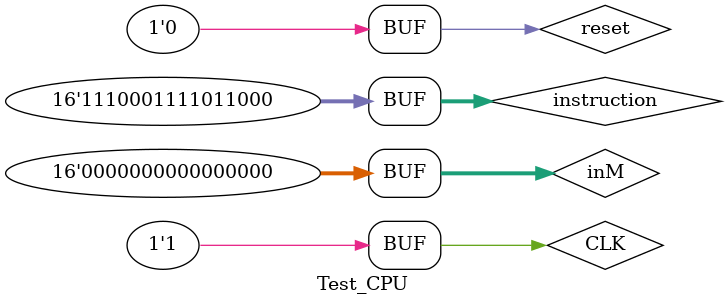
<source format=v>
`timescale 1ns / 1ps
module Test_CPU;

	// Inputs
	reg [15:0] inM;
	reg [15:0] instruction;
	reg reset;
	reg CLK;
	// Outputs
	wire [15:0] outM;
	wire writeM;
	wire [14:0] addressM;
	wire [14:0] pc;

	// Instantiate the Unit Under Test (UUT)
	CPU uut (
		.inM(inM), 
		.instruction(instruction), 
		.reset(reset), 
		.outM(outM), 
		.writeM(writeM), 
		.addressM(addressM), 
		.pc(pc), 
		.CLK(CLK)
	);

	initial begin
		// Initialize Inputs
		inM = 16'b0000000000000000;
		instruction = 16'b0000000111110000;
		reset = 1;
		CLK = 0;
		#50;
		CLK = 1;
		#50;
      //0
		inM = 16'b0000000000000000;
		instruction = 16'b0000000111110000;
		reset = 0;
		CLK = 0;
		#50;
		CLK = 1;
		#50;
		//1
		inM = 16'b0000000000000000;
		instruction = 16'b1110110000010000;
		reset = 0;
		CLK = 0;
		#50;
		CLK = 1;
		#50;
		//2
		inM = 16'b0000000000000000;
		instruction = 16'b0000000000010000;
		reset = 0;
		CLK = 0;
		#50;
		CLK = 1;
		#50;
		//3
		inM = 16'b0000000000000000;
		instruction = 16'b1110001100001000;
		reset = 0;
		CLK = 0;
		#50;
		CLK = 1;
		#50;
		//4
		inM = 16'b0000000000000000;
		instruction = 16'b0000011000011111;
		reset = 0;
		CLK = 0;
		#50;
		CLK = 1;
		#50;
		//5
		inM = 16'b0000000000000000;
		instruction = 16'b1110110000010000;
		reset = 0;
		CLK = 0;
		#50;
		CLK = 1;
		#50;
		//6
		inM = 16'b0000000000000000;
		instruction = 16'b0000000000010001;
		reset = 0;
		CLK = 0;
		#50;
		CLK = 1;
		#50;
		//7
		inM = 16'b0000000000000000;
		instruction = 16'b1110001100001000;
		reset = 0;
		CLK = 0;
		#50;
		CLK = 1;
		#50;
		//8
		inM = 16'b0000000000000000;
		instruction = 16'b0000111001111001;
		reset = 0;
		CLK = 0;
		#50;
		CLK = 1;
		#50;
		//9
		inM = 16'b0000000000000000;
		instruction = 16'b1110110000010000;
		reset = 0;
		CLK = 0;
		#50;
		CLK = 1;
		#50;
		//10
		inM = 16'b0000000000000000;
		instruction = 16'b0000000000010010;
		reset = 0;
		CLK = 0;
		#50;
		CLK = 1;
		#50;
		//11
		inM = 16'b0000000000000000;
		instruction = 16'b1110001100001000;
		reset = 0;
		CLK = 0;
		#50;
		CLK = 1;
		#50;
		//12
		inM = 16'b0000000111110000;
		instruction = 16'b0000000000010000;
		reset = 0;
		CLK = 0;
		#50;
		CLK = 1;
		#50;
		//13
		inM = 16'b0000000111110000;
		instruction = 16'b1111110000010000;
		reset = 0;
		CLK = 0;
		#50;
		CLK = 1;
		#50;
		//14
		inM = 16'b0000011000011111;
		instruction = 16'b0000000000010001;
		reset = 0;
		CLK = 0;
		#50;
		CLK = 1;
		#50;
		//15
		inM = 16'b0000011000011111;
		instruction = 16'b1111000010010000;
		reset = 0;
		CLK = 0;
		#50;
		CLK = 1;
		#50;
		//16
		inM = 16'b0000111001111001;
		instruction = 16'b0000000000010010;
		reset = 0;
		CLK = 0;
		#50;
		CLK = 1;
		#50;
		//17
		inM = 16'b0000111001111001;
		instruction = 16'b1111010011010000;
		reset = 0;
		CLK = 0;
		#50;
		CLK = 1;
		#50;
		//18
		inM = 16'b0000000000000000;
		instruction = 16'b0000000000011000;
		reset = 0;
		CLK = 0;
		#50;
		CLK = 1;
		#50;
		//19
		inM = 16'b0000000000000000;
		instruction = 16'b1110001100000011;
		reset = 0;
		CLK = 0;
		#50;
		CLK = 1;
		#50;
		//20
		inM = 16'b0000000000000000;
		instruction = 16'b0000000000000000;
		reset = 0;
		CLK = 0;
		#50;
		CLK = 1;
		#50;
		//21
		inM = 16'b0000000000000000;
		instruction = 16'b1110001111011000;
		reset = 0;
		CLK = 0;
		#50;
		CLK = 1;
		#50;
		
		
		// Add stimulus here

	end
      
endmodule


</source>
